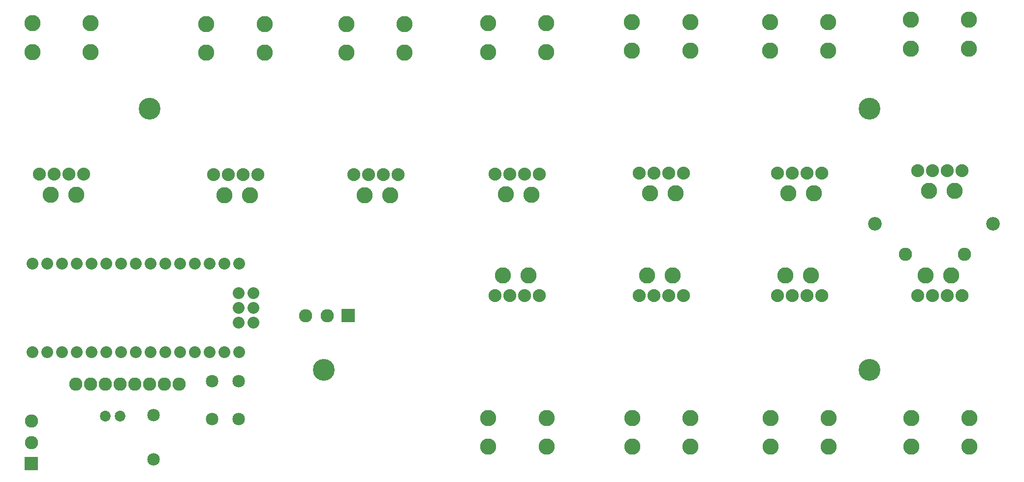
<source format=gbs>
G04 MADE WITH FRITZING*
G04 WWW.FRITZING.ORG*
G04 DOUBLE SIDED*
G04 HOLES PLATED*
G04 CONTOUR ON CENTER OF CONTOUR VECTOR*
%ASAXBY*%
%FSLAX23Y23*%
%MOIN*%
%OFA0B0*%
%SFA1.0B1.0*%
%ADD10C,0.080000*%
%ADD11C,0.110000*%
%ADD12C,0.088000*%
%ADD13C,0.090000*%
%ADD14C,0.085000*%
%ADD15C,0.072992*%
%ADD16C,0.147795*%
%ADD17C,0.092000*%
%ADD18C,0.027000*%
%ADD19C,0.025748*%
%ADD20C,0.030000*%
%ADD21R,0.001000X0.001000*%
%LNMASK0*%
G90*
G70*
G54D10*
X1675Y1541D03*
X1575Y1541D03*
X1475Y1541D03*
X1375Y1541D03*
X1275Y1541D03*
X1175Y1541D03*
X1075Y1541D03*
X975Y1541D03*
X875Y1541D03*
X775Y1541D03*
X675Y1541D03*
X575Y1541D03*
X475Y1541D03*
X375Y1541D03*
X275Y1541D03*
X1675Y941D03*
X1575Y941D03*
X1475Y941D03*
X1375Y941D03*
X1275Y941D03*
X1175Y941D03*
X1075Y941D03*
X975Y941D03*
X875Y941D03*
X775Y941D03*
X675Y941D03*
X575Y941D03*
X475Y941D03*
X375Y941D03*
X275Y941D03*
X1770Y1341D03*
X1670Y1341D03*
X1770Y1241D03*
X1670Y1241D03*
X1770Y1141D03*
X1670Y1141D03*
G54D11*
X397Y2009D03*
G54D12*
X323Y2147D03*
X423Y2147D03*
G54D11*
X570Y2009D03*
G54D12*
X523Y2147D03*
X623Y2147D03*
G54D11*
X669Y2974D03*
X669Y3170D03*
X275Y3170D03*
X275Y2974D03*
X1575Y2005D03*
G54D12*
X1501Y2143D03*
X1601Y2143D03*
G54D11*
X1749Y2005D03*
G54D12*
X1701Y2143D03*
X1801Y2143D03*
G54D11*
X1847Y2970D03*
X1847Y3166D03*
X1453Y3166D03*
X1453Y2970D03*
X6499Y1461D03*
G54D12*
X6573Y1323D03*
X6473Y1323D03*
G54D11*
X6326Y1461D03*
G54D12*
X6373Y1323D03*
X6273Y1323D03*
G54D11*
X6228Y496D03*
X6228Y300D03*
X6621Y300D03*
X6621Y496D03*
X5547Y1461D03*
G54D12*
X5621Y1323D03*
X5521Y1323D03*
G54D11*
X5374Y1461D03*
G54D12*
X5421Y1323D03*
X5321Y1323D03*
G54D11*
X5275Y496D03*
X5275Y300D03*
X5669Y300D03*
X5669Y496D03*
X4610Y1461D03*
G54D12*
X4684Y1323D03*
X4584Y1323D03*
G54D11*
X4437Y1461D03*
G54D12*
X4484Y1323D03*
X4384Y1323D03*
G54D11*
X4339Y496D03*
X4339Y300D03*
X4732Y300D03*
X4732Y496D03*
X3634Y1461D03*
G54D12*
X3709Y1323D03*
X3609Y1323D03*
G54D11*
X3461Y1461D03*
G54D12*
X3509Y1323D03*
X3409Y1323D03*
G54D11*
X3363Y496D03*
X3363Y300D03*
X3757Y300D03*
X3757Y496D03*
X6347Y2034D03*
G54D12*
X6273Y2172D03*
X6373Y2172D03*
G54D11*
X6520Y2034D03*
G54D12*
X6473Y2172D03*
X6573Y2172D03*
G54D11*
X6619Y2999D03*
X6619Y3195D03*
X6225Y3195D03*
X6225Y2999D03*
X5395Y2017D03*
G54D12*
X5320Y2155D03*
X5420Y2155D03*
G54D11*
X5568Y2017D03*
G54D12*
X5520Y2155D03*
X5620Y2155D03*
G54D11*
X5666Y2983D03*
X5666Y3179D03*
X5273Y3179D03*
X5273Y2983D03*
X4458Y2017D03*
G54D12*
X4384Y2155D03*
X4484Y2155D03*
G54D11*
X4631Y2017D03*
G54D12*
X4584Y2155D03*
X4684Y2155D03*
G54D11*
X4730Y2983D03*
X4730Y3179D03*
X4336Y3179D03*
X4336Y2983D03*
X3482Y2010D03*
G54D12*
X3408Y2148D03*
X3508Y2148D03*
G54D11*
X3656Y2009D03*
G54D12*
X3608Y2148D03*
X3708Y2148D03*
G54D11*
X3754Y2975D03*
X3754Y3171D03*
X3360Y3171D03*
X3360Y2975D03*
X2524Y2005D03*
G54D12*
X2450Y2143D03*
X2550Y2143D03*
G54D11*
X2697Y2004D03*
G54D12*
X2650Y2143D03*
X2750Y2143D03*
G54D11*
X2796Y2970D03*
X2796Y3166D03*
X2402Y3166D03*
X2402Y2970D03*
G54D13*
X2416Y1189D03*
X2271Y1189D03*
X2126Y1189D03*
X268Y184D03*
X268Y329D03*
X268Y474D03*
G54D14*
X1096Y515D03*
X1096Y215D03*
G54D15*
X768Y509D03*
X867Y509D03*
G54D14*
X1492Y489D03*
X1492Y745D03*
X1670Y489D03*
X1670Y745D03*
G54D16*
X1067Y2591D03*
X5944Y2591D03*
X5944Y820D03*
X2247Y820D03*
G54D17*
X5981Y1812D03*
X6781Y1812D03*
G54D13*
X6187Y1605D03*
X6587Y1605D03*
X567Y725D03*
X667Y725D03*
X767Y725D03*
X867Y725D03*
X967Y725D03*
X1067Y725D03*
X1167Y725D03*
X1267Y725D03*
G54D18*
G36*
X1701Y1515D02*
X1648Y1515D01*
X1648Y1568D01*
X1701Y1568D01*
X1701Y1515D01*
G37*
D02*
G54D19*
G36*
X792Y485D02*
X744Y485D01*
X744Y532D01*
X792Y532D01*
X792Y485D01*
G37*
D02*
G54D20*
G36*
X537Y755D02*
X597Y755D01*
X597Y695D01*
X537Y695D01*
X537Y755D01*
G37*
D02*
G54D21*
X2371Y1235D02*
X2459Y1235D01*
X2370Y1234D02*
X2459Y1234D01*
X2370Y1233D02*
X2459Y1233D01*
X2370Y1232D02*
X2459Y1232D01*
X2370Y1231D02*
X2459Y1231D01*
X2370Y1230D02*
X2459Y1230D01*
X2370Y1229D02*
X2459Y1229D01*
X2370Y1228D02*
X2459Y1228D01*
X2370Y1227D02*
X2459Y1227D01*
X2370Y1226D02*
X2459Y1226D01*
X2370Y1225D02*
X2459Y1225D01*
X2370Y1224D02*
X2459Y1224D01*
X2370Y1223D02*
X2459Y1223D01*
X2370Y1222D02*
X2459Y1222D01*
X2370Y1221D02*
X2459Y1221D01*
X2370Y1220D02*
X2459Y1220D01*
X2370Y1219D02*
X2459Y1219D01*
X2370Y1218D02*
X2459Y1218D01*
X2370Y1217D02*
X2459Y1217D01*
X2370Y1216D02*
X2459Y1216D01*
X2370Y1215D02*
X2459Y1215D01*
X2370Y1214D02*
X2459Y1214D01*
X2370Y1213D02*
X2459Y1213D01*
X2370Y1212D02*
X2459Y1212D01*
X2370Y1211D02*
X2459Y1211D01*
X2370Y1210D02*
X2459Y1210D01*
X2370Y1209D02*
X2413Y1209D01*
X2416Y1209D02*
X2459Y1209D01*
X2370Y1208D02*
X2409Y1208D01*
X2421Y1208D02*
X2459Y1208D01*
X2370Y1207D02*
X2406Y1207D01*
X2424Y1207D02*
X2459Y1207D01*
X2370Y1206D02*
X2404Y1206D01*
X2425Y1206D02*
X2459Y1206D01*
X2370Y1205D02*
X2403Y1205D01*
X2427Y1205D02*
X2459Y1205D01*
X2370Y1204D02*
X2402Y1204D01*
X2428Y1204D02*
X2459Y1204D01*
X2370Y1203D02*
X2401Y1203D01*
X2429Y1203D02*
X2459Y1203D01*
X2370Y1202D02*
X2400Y1202D01*
X2430Y1202D02*
X2459Y1202D01*
X2370Y1201D02*
X2399Y1201D01*
X2431Y1201D02*
X2459Y1201D01*
X2370Y1200D02*
X2398Y1200D01*
X2431Y1200D02*
X2459Y1200D01*
X2370Y1199D02*
X2398Y1199D01*
X2432Y1199D02*
X2459Y1199D01*
X2370Y1198D02*
X2397Y1198D01*
X2432Y1198D02*
X2459Y1198D01*
X2370Y1197D02*
X2397Y1197D01*
X2433Y1197D02*
X2459Y1197D01*
X2370Y1196D02*
X2397Y1196D01*
X2433Y1196D02*
X2459Y1196D01*
X2370Y1195D02*
X2396Y1195D01*
X2433Y1195D02*
X2459Y1195D01*
X2370Y1194D02*
X2396Y1194D01*
X2434Y1194D02*
X2459Y1194D01*
X2370Y1193D02*
X2396Y1193D01*
X2434Y1193D02*
X2459Y1193D01*
X2370Y1192D02*
X2396Y1192D01*
X2434Y1192D02*
X2459Y1192D01*
X2370Y1191D02*
X2396Y1191D01*
X2434Y1191D02*
X2459Y1191D01*
X2370Y1190D02*
X2396Y1190D01*
X2434Y1190D02*
X2459Y1190D01*
X2370Y1189D02*
X2396Y1189D01*
X2434Y1189D02*
X2459Y1189D01*
X2370Y1188D02*
X2396Y1188D01*
X2434Y1188D02*
X2459Y1188D01*
X2370Y1187D02*
X2396Y1187D01*
X2434Y1187D02*
X2459Y1187D01*
X2370Y1186D02*
X2396Y1186D01*
X2434Y1186D02*
X2459Y1186D01*
X2370Y1185D02*
X2396Y1185D01*
X2433Y1185D02*
X2459Y1185D01*
X2370Y1184D02*
X2397Y1184D01*
X2433Y1184D02*
X2459Y1184D01*
X2370Y1183D02*
X2397Y1183D01*
X2433Y1183D02*
X2459Y1183D01*
X2370Y1182D02*
X2398Y1182D01*
X2432Y1182D02*
X2459Y1182D01*
X2370Y1181D02*
X2398Y1181D01*
X2432Y1181D02*
X2459Y1181D01*
X2370Y1180D02*
X2399Y1180D01*
X2431Y1180D02*
X2459Y1180D01*
X2370Y1179D02*
X2399Y1179D01*
X2430Y1179D02*
X2459Y1179D01*
X2370Y1178D02*
X2400Y1178D01*
X2430Y1178D02*
X2459Y1178D01*
X2370Y1177D02*
X2401Y1177D01*
X2429Y1177D02*
X2459Y1177D01*
X2370Y1176D02*
X2402Y1176D01*
X2427Y1176D02*
X2459Y1176D01*
X2370Y1175D02*
X2404Y1175D01*
X2426Y1175D02*
X2459Y1175D01*
X2370Y1174D02*
X2405Y1174D01*
X2425Y1174D02*
X2459Y1174D01*
X2370Y1173D02*
X2407Y1173D01*
X2423Y1173D02*
X2459Y1173D01*
X2370Y1172D02*
X2410Y1172D01*
X2420Y1172D02*
X2459Y1172D01*
X2370Y1171D02*
X2459Y1171D01*
X2370Y1170D02*
X2459Y1170D01*
X2370Y1169D02*
X2459Y1169D01*
X2370Y1168D02*
X2459Y1168D01*
X2370Y1167D02*
X2459Y1167D01*
X2370Y1166D02*
X2459Y1166D01*
X2370Y1165D02*
X2459Y1165D01*
X2370Y1164D02*
X2459Y1164D01*
X2370Y1163D02*
X2459Y1163D01*
X2370Y1162D02*
X2459Y1162D01*
X2370Y1161D02*
X2459Y1161D01*
X2370Y1160D02*
X2459Y1160D01*
X2370Y1159D02*
X2459Y1159D01*
X2370Y1158D02*
X2459Y1158D01*
X2370Y1157D02*
X2459Y1157D01*
X2370Y1156D02*
X2459Y1156D01*
X2370Y1155D02*
X2459Y1155D01*
X2370Y1154D02*
X2459Y1154D01*
X2370Y1153D02*
X2459Y1153D01*
X2370Y1152D02*
X2459Y1152D01*
X2370Y1151D02*
X2459Y1151D01*
X2370Y1150D02*
X2459Y1150D01*
X2370Y1149D02*
X2459Y1149D01*
X2370Y1148D02*
X2459Y1148D01*
X2370Y1147D02*
X2459Y1147D01*
X2370Y1146D02*
X2459Y1146D01*
X223Y230D02*
X312Y230D01*
X223Y229D02*
X312Y229D01*
X223Y228D02*
X312Y228D01*
X223Y227D02*
X312Y227D01*
X223Y226D02*
X312Y226D01*
X223Y225D02*
X312Y225D01*
X223Y224D02*
X312Y224D01*
X223Y223D02*
X312Y223D01*
X223Y222D02*
X312Y222D01*
X223Y221D02*
X312Y221D01*
X223Y220D02*
X312Y220D01*
X223Y219D02*
X312Y219D01*
X223Y218D02*
X312Y218D01*
X223Y217D02*
X312Y217D01*
X223Y216D02*
X312Y216D01*
X223Y215D02*
X312Y215D01*
X223Y214D02*
X312Y214D01*
X223Y213D02*
X312Y213D01*
X223Y212D02*
X312Y212D01*
X223Y211D02*
X312Y211D01*
X223Y210D02*
X312Y210D01*
X223Y209D02*
X312Y209D01*
X223Y208D02*
X312Y208D01*
X223Y207D02*
X312Y207D01*
X223Y206D02*
X312Y206D01*
X223Y205D02*
X312Y205D01*
X223Y204D02*
X312Y204D01*
X223Y203D02*
X260Y203D01*
X274Y203D02*
X312Y203D01*
X223Y202D02*
X258Y202D01*
X276Y202D02*
X312Y202D01*
X223Y201D02*
X256Y201D01*
X278Y201D02*
X312Y201D01*
X223Y200D02*
X255Y200D01*
X280Y200D02*
X312Y200D01*
X223Y199D02*
X254Y199D01*
X281Y199D02*
X312Y199D01*
X223Y198D02*
X253Y198D01*
X282Y198D02*
X312Y198D01*
X223Y197D02*
X252Y197D01*
X282Y197D02*
X312Y197D01*
X223Y196D02*
X251Y196D01*
X283Y196D02*
X312Y196D01*
X223Y195D02*
X251Y195D01*
X284Y195D02*
X312Y195D01*
X223Y194D02*
X250Y194D01*
X284Y194D02*
X312Y194D01*
X223Y193D02*
X250Y193D01*
X285Y193D02*
X312Y193D01*
X223Y192D02*
X249Y192D01*
X285Y192D02*
X312Y192D01*
X223Y191D02*
X249Y191D01*
X286Y191D02*
X312Y191D01*
X223Y190D02*
X249Y190D01*
X286Y190D02*
X312Y190D01*
X223Y189D02*
X248Y189D01*
X286Y189D02*
X312Y189D01*
X223Y188D02*
X248Y188D01*
X286Y188D02*
X312Y188D01*
X223Y187D02*
X248Y187D01*
X286Y187D02*
X312Y187D01*
X223Y186D02*
X248Y186D01*
X287Y186D02*
X312Y186D01*
X223Y185D02*
X248Y185D01*
X287Y185D02*
X312Y185D01*
X223Y184D02*
X248Y184D01*
X286Y184D02*
X312Y184D01*
X223Y183D02*
X248Y183D01*
X286Y183D02*
X312Y183D01*
X223Y182D02*
X248Y182D01*
X286Y182D02*
X312Y182D01*
X223Y181D02*
X249Y181D01*
X286Y181D02*
X312Y181D01*
X223Y180D02*
X249Y180D01*
X286Y180D02*
X312Y180D01*
X223Y179D02*
X249Y179D01*
X285Y179D02*
X312Y179D01*
X223Y178D02*
X250Y178D01*
X285Y178D02*
X312Y178D01*
X223Y177D02*
X250Y177D01*
X284Y177D02*
X312Y177D01*
X223Y176D02*
X251Y176D01*
X284Y176D02*
X312Y176D01*
X223Y175D02*
X251Y175D01*
X283Y175D02*
X312Y175D01*
X223Y174D02*
X252Y174D01*
X283Y174D02*
X312Y174D01*
X223Y173D02*
X253Y173D01*
X282Y173D02*
X312Y173D01*
X223Y172D02*
X254Y172D01*
X281Y172D02*
X312Y172D01*
X223Y171D02*
X255Y171D01*
X280Y171D02*
X312Y171D01*
X223Y170D02*
X256Y170D01*
X278Y170D02*
X312Y170D01*
X223Y169D02*
X258Y169D01*
X277Y169D02*
X312Y169D01*
X223Y168D02*
X260Y168D01*
X275Y168D02*
X312Y168D01*
X223Y167D02*
X264Y167D01*
X271Y167D02*
X312Y167D01*
X223Y166D02*
X312Y166D01*
X223Y165D02*
X312Y165D01*
X223Y164D02*
X312Y164D01*
X223Y163D02*
X312Y163D01*
X223Y162D02*
X312Y162D01*
X223Y161D02*
X312Y161D01*
X223Y160D02*
X312Y160D01*
X223Y159D02*
X312Y159D01*
X223Y158D02*
X312Y158D01*
X223Y157D02*
X312Y157D01*
X223Y156D02*
X312Y156D01*
X223Y155D02*
X312Y155D01*
X223Y154D02*
X312Y154D01*
X223Y153D02*
X312Y153D01*
X223Y152D02*
X312Y152D01*
X223Y151D02*
X312Y151D01*
X223Y150D02*
X312Y150D01*
X223Y149D02*
X312Y149D01*
X223Y148D02*
X312Y148D01*
X223Y147D02*
X312Y147D01*
X223Y146D02*
X312Y146D01*
X223Y145D02*
X312Y145D01*
X223Y144D02*
X312Y144D01*
X223Y143D02*
X312Y143D01*
X223Y142D02*
X312Y142D01*
X223Y141D02*
X312Y141D01*
D02*
G04 End of Mask0*
M02*
</source>
